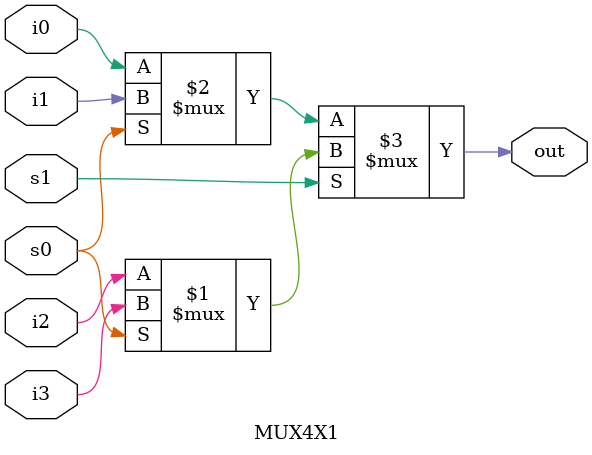
<source format=v>
`timescale 1ns / 1ps

module MUX4X1(
	//portlist
	out,
	i0,
	i1,
	i2,
	i3,
	s0,
	s1
);



	//port declaration
	output out;
	input i0;
	input i1;
	input i2;
	input i3;
	input s0;
	input s1;


	//data flow modeling
//	assign out =  (i0 & ~s1 & ~s0)
	//	    | (i1 & ~s1 & s0 )
//		    | (i2 & s1 & ~s0 )
//		    | (i3 & s1 & s0  );



// tenary operator
// True comes first
// False follows Second
// SEL ? (Ture : False)
assign out = s1 ? (s0 ? i3 : i2) : (s0 ? i1 : i0);



endmodule



</source>
